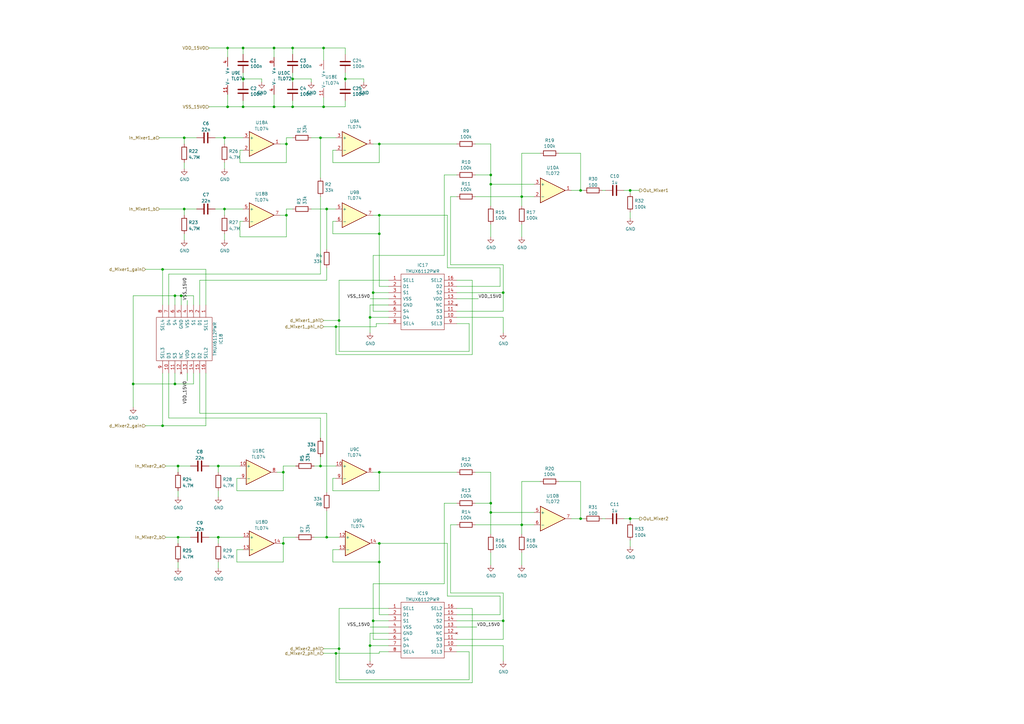
<source format=kicad_sch>
(kicad_sch (version 20211123) (generator eeschema)
  (paper "A3")
  (lib_symbols
    (symbol "Amplifier_Operational:TL072" (pin_names (offset 0.127))
      (property "Reference" "U" (at 0 5.08 0))
      (property "Value" "TL072" (at 0 -5.08 0))
      (symbol "TL072_1_1"
        (polyline (pts (xy -5.08 5.08) (xy 5.08 0) (xy -5.08 -5.08) (xy -5.08 5.08)) (stroke (width 0.254)) (fill (type background)))
        (pin output line (at 7.62 0 180) (length 2.54) (name "~") (number "1"))
        (pin input line (at -7.62 -2.54 0) (length 2.54) (name "-") (number "2"))
        (pin input line (at -7.62 2.54 0) (length 2.54) (name "+") (number "3"))
      )
      (symbol "TL072_2_1"
        (polyline (pts (xy -5.08 5.08) (xy 5.08 0) (xy -5.08 -5.08) (xy -5.08 5.08)) (stroke (width 0.254)) (fill (type background)))
        (pin input line (at -7.62 2.54 0) (length 2.54) (name "+") (number "5"))
        (pin input line (at -7.62 -2.54 0) (length 2.54) (name "-") (number "6"))
        (pin output line (at 7.62 0 180) (length 2.54) (name "~") (number "7"))
      )
      (symbol "TL072_3_1"
        (pin power_in line (at -2.54 -7.62 90) (length 3.81) (name "V-") (number "4"))
        (pin power_in line (at -2.54 7.62 270) (length 3.81) (name "V+") (number "8"))
      )
    )
    (symbol "Amplifier_Operational:TL074" (pin_names (offset 0.127))
      (property "Reference" "U" (at 0 5.08 0))
      (property "Value" "TL074" (at 0 -5.08 0))
      (symbol "TL074_1_1"
        (polyline (pts (xy -5.08 5.08) (xy 5.08 0) (xy -5.08 -5.08) (xy -5.08 5.08)) (stroke (width 0.254)) (fill (type background)))
        (pin output line (at 7.62 0 180) (length 2.54) (name "~") (number "1"))
        (pin input line (at -7.62 -2.54 0) (length 2.54) (name "-") (number "2"))
        (pin input line (at -7.62 2.54 0) (length 2.54) (name "+") (number "3"))
      )
      (symbol "TL074_2_1"
        (polyline (pts (xy -5.08 5.08) (xy 5.08 0) (xy -5.08 -5.08) (xy -5.08 5.08)) (stroke (width 0.254)) (fill (type background)))
        (pin input line (at -7.62 2.54 0) (length 2.54) (name "+") (number "5"))
        (pin input line (at -7.62 -2.54 0) (length 2.54) (name "-") (number "6"))
        (pin output line (at 7.62 0 180) (length 2.54) (name "~") (number "7"))
      )
      (symbol "TL074_3_1"
        (polyline (pts (xy -5.08 5.08) (xy 5.08 0) (xy -5.08 -5.08) (xy -5.08 5.08)) (stroke (width 0.254)) (fill (type background)))
        (pin input line (at -7.62 2.54 0) (length 2.54) (name "+") (number "10"))
        (pin output line (at 7.62 0 180) (length 2.54) (name "~") (number "8"))
        (pin input line (at -7.62 -2.54 0) (length 2.54) (name "-") (number "9"))
      )
      (symbol "TL074_4_1"
        (polyline (pts (xy -5.08 5.08) (xy 5.08 0) (xy -5.08 -5.08) (xy -5.08 5.08)) (stroke (width 0.254)) (fill (type background)))
        (pin input line (at -7.62 2.54 0) (length 2.54) (name "+") (number "12"))
        (pin input line (at -7.62 -2.54 0) (length 2.54) (name "-") (number "13"))
        (pin output line (at 7.62 0 180) (length 2.54) (name "~") (number "14"))
      )
      (symbol "TL074_5_1"
        (pin power_in line (at -2.54 -7.62 90) (length 3.81) (name "V-") (number "11"))
        (pin power_in line (at -2.54 7.62 270) (length 3.81) (name "V+") (number "4"))
      )
    )
    (symbol "Device:C" (pin_numbers hide) (pin_names (offset 0.254))
      (property "Reference" "C" (at 0.635 2.54 0))
      (property "Value" "C" (at 0.635 -2.54 0))
      (symbol "C_0_1"
        (polyline (pts (xy -2.032 -0.762) (xy 2.032 -0.762)) (stroke (width 0.508)))
        (polyline (pts (xy -2.032 0.762) (xy 2.032 0.762)) (stroke (width 0.508)))
      )
      (symbol "C_1_1"
        (pin passive line (at 0 3.81 270) (length 2.794) (name "~") (number "1"))
        (pin passive line (at 0 -3.81 90) (length 2.794) (name "~") (number "2"))
      )
    )
    (symbol "Device:R" (pin_numbers hide) (pin_names (offset 0))
      (property "Reference" "R" (at 2.032 0 90))
      (property "Value" "R" (at 0 0 90))
      (symbol "R_0_1"
        (rectangle (start -1.016 -2.54) (end 1.016 2.54) (stroke (width 0.254)))
      )
      (symbol "R_1_1"
        (pin passive line (at 0 3.81 270) (length 1.27) (name "~") (number "1"))
        (pin passive line (at 0 -3.81 90) (length 1.27) (name "~") (number "2"))
      )
    )
    (symbol "SamacSys_Parts:TMUX6112PWR" (pin_names (offset 0.762))
      (property "Reference" "IC" (at 24.13 7.62 0))
      (property "Value" "TMUX6112PWR" (at 24.13 5.08 0))
      (symbol "TMUX6112PWR_0_0"
        (pin input line (at 0 0 0) (length 5.08) (name "SEL1") (number "1"))
        (pin bidirectional line (at 27.94 -15.24 180) (length 5.08) (name "D3") (number "10"))
        (pin bidirectional line (at 27.94 -12.7 180) (length 5.08) (name "S3") (number "11"))
        (pin no_connect line (at 27.94 -10.16 180) (length 5.08) (name "NC") (number "12"))
        (pin power_in line (at 27.94 -7.62 180) (length 5.08) (name "VDD") (number "13"))
        (pin bidirectional line (at 27.94 -5.08 180) (length 5.08) (name "S2") (number "14"))
        (pin bidirectional line (at 27.94 -2.54 180) (length 5.08) (name "D2") (number "15"))
        (pin input line (at 27.94 0 180) (length 5.08) (name "SEL2") (number "16"))
        (pin bidirectional line (at 0 -2.54 0) (length 5.08) (name "D1") (number "2"))
        (pin bidirectional line (at 0 -5.08 0) (length 5.08) (name "S1") (number "3"))
        (pin power_in line (at 0 -7.62 0) (length 5.08) (name "VSS") (number "4"))
        (pin power_in line (at 0 -10.16 0) (length 5.08) (name "GND") (number "5"))
        (pin bidirectional line (at 0 -12.7 0) (length 5.08) (name "S4") (number "6"))
        (pin bidirectional line (at 0 -15.24 0) (length 5.08) (name "D4") (number "7"))
        (pin input line (at 0 -17.78 0) (length 5.08) (name "SEL4") (number "8"))
        (pin input line (at 27.94 -17.78 180) (length 5.08) (name "SEL3") (number "9"))
      )
      (symbol "TMUX6112PWR_0_1"
        (polyline (pts (xy 5.08 2.54) (xy 22.86 2.54) (xy 22.86 -20.32) (xy 5.08 -20.32) (xy 5.08 2.54)) (stroke (width 0.1524)))
      )
    )
    (symbol "power:GND" (power) (pin_names (offset 0))
      (property "Value" "GND" (at 0 -3.81 0))
      (symbol "GND_0_1"
        (polyline (pts (xy 0 0) (xy 0 -1.27) (xy 1.27 -1.27) (xy 0 -2.54) (xy -1.27 -1.27) (xy 0 -1.27)))
      )
      (symbol "GND_1_1"
        (pin power_in line (at 0 0 270) (length 0) hide (name "GND") (number "1"))
      )
    )
  )
  (junction (at 71.755 121.285))
  (junction (at 155.575 193.675))
  (junction (at 151.765 130.175))
  (junction (at 206.375 120.015))
  (junction (at 137.795 267.97))
  (junction (at 112.395 19.685))
  (junction (at 93.345 43.815))
  (junction (at 206.375 254.635))
  (junction (at 133.985 85.725))
  (junction (at 99.695 32.385))
  (junction (at 66.675 110.49))
  (junction (at 112.395 43.815))
  (junction (at 92.075 56.515))
  (junction (at 93.345 19.685))
  (junction (at 238.125 212.725))
  (junction (at 73.025 220.345))
  (junction (at 99.695 19.685))
  (junction (at 131.445 191.135))
  (junction (at 92.075 85.725))
  (junction (at 120.015 19.685))
  (junction (at 258.445 78.105))
  (junction (at 54.61 157.48))
  (junction (at 201.295 71.755))
  (junction (at 120.015 32.385))
  (junction (at 74.295 121.285))
  (junction (at 201.295 75.565))
  (junction (at 116.205 222.885))
  (junction (at 213.995 215.265))
  (junction (at 75.565 85.725))
  (junction (at 73.025 191.135))
  (junction (at 258.445 212.725))
  (junction (at 155.575 95.885))
  (junction (at 71.755 157.48))
  (junction (at 89.535 220.345))
  (junction (at 141.605 32.385))
  (junction (at 139.065 266.065))
  (junction (at 117.475 88.265))
  (junction (at 66.675 174.625))
  (junction (at 131.445 56.515))
  (junction (at 75.565 56.515))
  (junction (at 155.575 88.265))
  (junction (at 137.795 133.985))
  (junction (at 132.715 43.815))
  (junction (at 201.295 206.375))
  (junction (at 238.125 78.105))
  (junction (at 213.995 80.645))
  (junction (at 133.985 220.345))
  (junction (at 155.575 59.055))
  (junction (at 89.535 191.135))
  (junction (at 201.295 210.185))
  (junction (at 99.695 43.815))
  (junction (at 117.475 59.055))
  (junction (at 116.205 193.675))
  (junction (at 151.765 264.795))
  (junction (at 153.035 120.015))
  (junction (at 120.015 43.815))
  (junction (at 155.575 222.885))
  (junction (at 155.575 230.505))
  (junction (at 132.715 19.685))
  (junction (at 139.065 131.445))
  (junction (at 153.035 254.635))
  (wire (pts (xy 92.075 56.515) (xy 92.075 59.055)))
  (wire (pts (xy 234.315 212.725) (xy 238.125 212.725)))
  (wire (pts (xy 153.035 120.015) (xy 159.385 120.015)))
  (wire (pts (xy 139.065 249.555) (xy 139.065 266.065)))
  (wire (pts (xy 132.715 43.815) (xy 141.605 43.815)))
  (wire (pts (xy 155.575 66.675) (xy 136.525 66.675)))
  (wire (pts (xy 155.575 267.335) (xy 159.385 267.335)))
  (wire (pts (xy 98.425 196.215) (xy 97.155 196.215)))
  (wire (pts (xy 75.565 85.725) (xy 75.565 88.265)))
  (wire (pts (xy 139.065 266.065) (xy 139.065 278.765)))
  (wire (pts (xy 120.015 22.225) (xy 120.015 19.685)))
  (wire (pts (xy 132.715 267.97) (xy 137.795 267.97)))
  (wire (pts (xy 206.375 264.795) (xy 206.375 271.145)))
  (wire (pts (xy 155.575 95.885) (xy 155.575 117.475)))
  (wire (pts (xy 234.315 78.105) (xy 238.125 78.105)))
  (wire (pts (xy 187.325 267.335) (xy 192.405 267.335)))
  (wire (pts (xy 73.025 230.505) (xy 73.025 233.045)))
  (wire (pts (xy 155.575 59.055) (xy 187.325 59.055)))
  (wire (pts (xy 54.61 157.48) (xy 54.61 121.285)))
  (wire (pts (xy 137.795 267.97) (xy 155.575 267.97)))
  (wire (pts (xy 85.725 19.685) (xy 93.345 19.685)))
  (wire (pts (xy 184.785 108.585) (xy 206.375 108.585)))
  (wire (pts (xy 182.245 71.755) (xy 182.245 104.775)))
  (wire (pts (xy 213.995 97.155) (xy 213.995 92.075)))
  (wire (pts (xy 136.525 90.805) (xy 136.525 95.885)))
  (wire (pts (xy 69.215 171.45) (xy 69.215 153.035)))
  (wire (pts (xy 201.295 75.565) (xy 201.295 84.455)))
  (wire (pts (xy 201.295 210.185) (xy 201.295 219.075)))
  (wire (pts (xy 54.61 167.005) (xy 54.61 157.48)))
  (wire (pts (xy 84.455 174.625) (xy 84.455 153.035)))
  (wire (pts (xy 258.445 212.725) (xy 258.445 213.995)))
  (wire (pts (xy 187.325 80.645) (xy 184.785 80.645)))
  (wire (pts (xy 120.015 43.815) (xy 132.715 43.815)))
  (wire (pts (xy 149.225 32.385) (xy 149.225 33.655)))
  (wire (pts (xy 155.575 267.97) (xy 155.575 267.335)))
  (wire (pts (xy 93.345 43.815) (xy 93.345 38.735)))
  (wire (pts (xy 133.985 220.345) (xy 139.065 220.345)))
  (wire (pts (xy 133.985 85.725) (xy 137.795 85.725)))
  (wire (pts (xy 117.475 85.725) (xy 120.015 85.725)))
  (wire (pts (xy 131.445 191.135) (xy 131.445 187.325)))
  (wire (pts (xy 93.345 43.815) (xy 99.695 43.815)))
  (wire (pts (xy 120.015 19.685) (xy 132.715 19.685)))
  (wire (pts (xy 153.035 88.265) (xy 155.575 88.265)))
  (wire (pts (xy 112.395 19.685) (xy 112.395 23.495)))
  (wire (pts (xy 153.035 254.635) (xy 159.385 254.635)))
  (wire (pts (xy 192.405 144.145) (xy 192.405 132.715)))
  (wire (pts (xy 141.605 22.225) (xy 141.605 19.685)))
  (wire (pts (xy 92.075 85.725) (xy 92.075 88.265)))
  (wire (pts (xy 258.445 78.105) (xy 258.445 79.375)))
  (wire (pts (xy 187.325 71.755) (xy 182.245 71.755)))
  (wire (pts (xy 85.725 220.345) (xy 89.535 220.345)))
  (wire (pts (xy 73.025 191.135) (xy 78.105 191.135)))
  (wire (pts (xy 153.035 59.055) (xy 155.575 59.055)))
  (wire (pts (xy 187.325 257.175) (xy 195.58 257.175)))
  (wire (pts (xy 99.695 32.385) (xy 107.315 32.385)))
  (wire (pts (xy 99.695 61.595) (xy 98.425 61.595)))
  (wire (pts (xy 155.575 252.095) (xy 159.385 252.095)))
  (wire (pts (xy 99.695 32.385) (xy 99.695 29.845)))
  (wire (pts (xy 155.575 201.295) (xy 155.575 193.675)))
  (wire (pts (xy 153.035 120.015) (xy 153.035 127.635)))
  (wire (pts (xy 255.905 212.725) (xy 258.445 212.725)))
  (wire (pts (xy 153.035 104.775) (xy 153.035 120.015)))
  (wire (pts (xy 255.905 78.105) (xy 258.445 78.105)))
  (wire (pts (xy 213.995 215.265) (xy 213.995 197.485)))
  (wire (pts (xy 54.61 121.285) (xy 71.755 121.285)))
  (wire (pts (xy 213.995 80.645) (xy 219.075 80.645)))
  (wire (pts (xy 155.575 88.265) (xy 183.515 88.265)))
  (wire (pts (xy 133.985 85.725) (xy 133.985 102.235)))
  (wire (pts (xy 132.715 40.005) (xy 132.715 43.815)))
  (wire (pts (xy 116.205 222.885) (xy 116.205 220.345)))
  (wire (pts (xy 201.295 59.055) (xy 201.295 71.755)))
  (wire (pts (xy 238.125 212.725) (xy 239.395 212.725)))
  (wire (pts (xy 141.605 32.385) (xy 149.225 32.385)))
  (wire (pts (xy 120.015 41.275) (xy 120.015 43.815)))
  (wire (pts (xy 75.565 95.885) (xy 75.565 98.425)))
  (wire (pts (xy 193.675 249.555) (xy 187.325 249.555)))
  (wire (pts (xy 153.035 262.255) (xy 159.385 262.255)))
  (wire (pts (xy 89.535 230.505) (xy 89.535 233.045)))
  (wire (pts (xy 81.915 169.545) (xy 81.915 153.035)))
  (wire (pts (xy 127.635 32.385) (xy 127.635 33.655)))
  (wire (pts (xy 205.105 109.855) (xy 205.105 117.475)))
  (wire (pts (xy 151.765 264.795) (xy 159.385 264.795)))
  (wire (pts (xy 73.025 191.135) (xy 73.025 193.675)))
  (wire (pts (xy 205.105 244.475) (xy 205.105 252.095)))
  (wire (pts (xy 117.475 88.265) (xy 117.475 85.725)))
  (wire (pts (xy 201.295 210.185) (xy 219.075 210.185)))
  (wire (pts (xy 99.695 22.225) (xy 99.695 19.685)))
  (wire (pts (xy 117.475 59.055) (xy 117.475 56.515)))
  (wire (pts (xy 137.795 145.415) (xy 193.675 145.415)))
  (wire (pts (xy 132.715 19.685) (xy 132.715 24.765)))
  (wire (pts (xy 201.295 193.675) (xy 194.945 193.675)))
  (wire (pts (xy 153.035 239.395) (xy 153.035 254.635)))
  (wire (pts (xy 193.675 249.555) (xy 193.675 280.035)))
  (wire (pts (xy 97.155 225.425) (xy 97.155 230.505)))
  (wire (pts (xy 221.615 62.865) (xy 213.995 62.865)))
  (wire (pts (xy 120.015 32.385) (xy 120.015 29.845)))
  (wire (pts (xy 116.205 193.675) (xy 116.205 201.295)))
  (wire (pts (xy 75.565 85.725) (xy 80.645 85.725)))
  (wire (pts (xy 59.69 174.625) (xy 66.675 174.625)))
  (wire (pts (xy 113.665 193.675) (xy 116.205 193.675)))
  (wire (pts (xy 247.015 78.105) (xy 248.285 78.105)))
  (wire (pts (xy 92.075 56.515) (xy 99.695 56.515)))
  (wire (pts (xy 66.675 110.49) (xy 84.455 110.49)))
  (wire (pts (xy 117.475 66.675) (xy 117.475 59.055)))
  (wire (pts (xy 73.025 220.345) (xy 73.025 222.885)))
  (wire (pts (xy 120.015 43.815) (xy 112.395 43.815)))
  (wire (pts (xy 88.265 85.725) (xy 92.075 85.725)))
  (wire (pts (xy 75.565 56.515) (xy 80.645 56.515)))
  (wire (pts (xy 99.695 33.655) (xy 99.695 32.385)))
  (wire (pts (xy 139.065 266.065) (xy 132.715 266.065)))
  (wire (pts (xy 88.265 56.515) (xy 92.075 56.515)))
  (wire (pts (xy 116.205 220.345) (xy 121.285 220.345)))
  (wire (pts (xy 194.945 71.755) (xy 201.295 71.755)))
  (wire (pts (xy 238.125 62.865) (xy 229.235 62.865)))
  (wire (pts (xy 206.375 120.015) (xy 206.375 127.635)))
  (wire (pts (xy 183.515 244.475) (xy 205.105 244.475)))
  (wire (pts (xy 155.575 59.055) (xy 155.575 66.675)))
  (wire (pts (xy 258.445 221.615) (xy 258.445 224.155)))
  (wire (pts (xy 131.445 56.515) (xy 127.635 56.515)))
  (wire (pts (xy 116.205 191.135) (xy 121.285 191.135)))
  (wire (pts (xy 139.065 131.445) (xy 132.715 131.445)))
  (wire (pts (xy 137.795 90.805) (xy 136.525 90.805)))
  (wire (pts (xy 155.575 193.675) (xy 187.325 193.675)))
  (wire (pts (xy 184.785 243.205) (xy 206.375 243.205)))
  (wire (pts (xy 183.515 109.855) (xy 205.105 109.855)))
  (wire (pts (xy 79.375 121.285) (xy 74.295 121.285)))
  (wire (pts (xy 136.525 225.425) (xy 136.525 230.505)))
  (wire (pts (xy 187.325 264.795) (xy 206.375 264.795)))
  (wire (pts (xy 71.755 121.285) (xy 71.755 125.095)))
  (wire (pts (xy 117.475 56.515) (xy 120.015 56.515)))
  (wire (pts (xy 136.525 201.295) (xy 155.575 201.295)))
  (wire (pts (xy 136.525 196.215) (xy 136.525 201.295)))
  (wire (pts (xy 258.445 212.725) (xy 262.255 212.725)))
  (wire (pts (xy 112.395 43.815) (xy 112.395 38.735)))
  (wire (pts (xy 120.015 19.685) (xy 112.395 19.685)))
  (wire (pts (xy 238.125 212.725) (xy 238.125 197.485)))
  (wire (pts (xy 139.065 131.445) (xy 139.065 144.145)))
  (wire (pts (xy 194.945 80.645) (xy 213.995 80.645)))
  (wire (pts (xy 193.675 114.935) (xy 193.675 145.415)))
  (wire (pts (xy 136.525 230.505) (xy 155.575 230.505)))
  (wire (pts (xy 213.995 80.645) (xy 213.995 62.865)))
  (wire (pts (xy 133.985 220.345) (xy 133.985 209.55)))
  (wire (pts (xy 151.765 259.715) (xy 159.385 259.715)))
  (wire (pts (xy 73.025 220.345) (xy 67.945 220.345)))
  (wire (pts (xy 75.565 66.675) (xy 75.565 69.215)))
  (wire (pts (xy 131.445 56.515) (xy 137.795 56.515)))
  (wire (pts (xy 127.635 85.725) (xy 133.985 85.725)))
  (wire (pts (xy 187.325 254.635) (xy 206.375 254.635)))
  (wire (pts (xy 136.525 95.885) (xy 155.575 95.885)))
  (wire (pts (xy 183.515 88.265) (xy 183.515 109.855)))
  (wire (pts (xy 76.835 123.19) (xy 76.835 125.095)))
  (wire (pts (xy 89.535 191.135) (xy 98.425 191.135)))
  (wire (pts (xy 132.715 19.685) (xy 141.605 19.685)))
  (wire (pts (xy 206.375 130.175) (xy 206.375 136.525)))
  (wire (pts (xy 139.065 114.935) (xy 139.065 131.445)))
  (wire (pts (xy 153.035 127.635) (xy 159.385 127.635)))
  (wire (pts (xy 194.945 215.265) (xy 213.995 215.265)))
  (wire (pts (xy 74.295 121.285) (xy 74.295 125.095)))
  (wire (pts (xy 155.575 222.885) (xy 155.575 230.505)))
  (wire (pts (xy 187.325 206.375) (xy 182.245 206.375)))
  (wire (pts (xy 128.905 220.345) (xy 133.985 220.345)))
  (wire (pts (xy 201.295 59.055) (xy 194.945 59.055)))
  (wire (pts (xy 137.795 133.985) (xy 137.795 145.415)))
  (wire (pts (xy 194.945 206.375) (xy 201.295 206.375)))
  (wire (pts (xy 151.765 259.715) (xy 151.765 264.795)))
  (wire (pts (xy 238.125 78.105) (xy 238.125 62.865)))
  (wire (pts (xy 139.065 278.765) (xy 192.405 278.765)))
  (wire (pts (xy 89.535 220.345) (xy 99.695 220.345)))
  (wire (pts (xy 201.295 75.565) (xy 219.075 75.565)))
  (wire (pts (xy 187.325 262.255) (xy 206.375 262.255)))
  (wire (pts (xy 75.565 85.725) (xy 65.405 85.725)))
  (wire (pts (xy 89.535 191.135) (xy 89.535 193.675)))
  (wire (pts (xy 84.455 110.49) (xy 84.455 125.095)))
  (wire (pts (xy 213.995 215.265) (xy 213.995 219.075)))
  (wire (pts (xy 131.445 191.135) (xy 137.795 191.135)))
  (wire (pts (xy 137.795 133.985) (xy 154.305 133.985)))
  (wire (pts (xy 73.025 220.345) (xy 78.105 220.345)))
  (wire (pts (xy 153.035 254.635) (xy 153.035 262.255)))
  (wire (pts (xy 79.375 125.095) (xy 79.375 121.285)))
  (wire (pts (xy 192.405 278.765) (xy 192.405 267.335)))
  (wire (pts (xy 59.69 110.49) (xy 66.675 110.49)))
  (wire (pts (xy 182.245 104.775) (xy 153.035 104.775)))
  (wire (pts (xy 128.905 191.135) (xy 131.445 191.135)))
  (wire (pts (xy 133.985 169.545) (xy 81.915 169.545)))
  (wire (pts (xy 93.345 19.685) (xy 99.695 19.685)))
  (wire (pts (xy 92.075 66.675) (xy 92.075 69.215)))
  (wire (pts (xy 107.315 32.385) (xy 107.315 33.655)))
  (wire (pts (xy 258.445 86.995) (xy 258.445 89.535)))
  (wire (pts (xy 206.375 254.635) (xy 206.375 262.255)))
  (wire (pts (xy 114.935 59.055) (xy 117.475 59.055)))
  (wire (pts (xy 238.125 78.105) (xy 239.395 78.105)))
  (wire (pts (xy 213.995 80.645) (xy 213.995 84.455)))
  (wire (pts (xy 187.325 215.265) (xy 184.785 215.265)))
  (wire (pts (xy 73.025 201.295) (xy 73.025 203.835)))
  (wire (pts (xy 99.695 90.805) (xy 98.425 90.805)))
  (wire (pts (xy 133.985 109.855) (xy 133.985 114.935)))
  (wire (pts (xy 238.125 197.485) (xy 229.235 197.485)))
  (wire (pts (xy 79.375 157.48) (xy 79.375 153.035)))
  (wire (pts (xy 155.575 117.475) (xy 159.385 117.475)))
  (wire (pts (xy 155.575 230.505) (xy 155.575 252.095)))
  (wire (pts (xy 187.325 252.095) (xy 205.105 252.095)))
  (wire (pts (xy 66.675 174.625) (xy 84.455 174.625)))
  (wire (pts (xy 133.985 114.935) (xy 81.915 114.935)))
  (wire (pts (xy 141.605 32.385) (xy 141.605 29.845)))
  (wire (pts (xy 97.155 225.425) (xy 99.695 225.425)))
  (wire (pts (xy 155.575 222.885) (xy 154.305 222.885)))
  (wire (pts (xy 99.695 19.685) (xy 112.395 19.685)))
  (wire (pts (xy 75.565 56.515) (xy 65.405 56.515)))
  (wire (pts (xy 182.245 239.395) (xy 153.035 239.395)))
  (wire (pts (xy 201.295 193.675) (xy 201.295 206.375)))
  (wire (pts (xy 98.425 97.155) (xy 117.475 97.155)))
  (wire (pts (xy 131.445 112.395) (xy 69.215 112.395)))
  (wire (pts (xy 139.065 114.935) (xy 159.385 114.935)))
  (wire (pts (xy 151.765 125.095) (xy 159.385 125.095)))
  (wire (pts (xy 97.155 196.215) (xy 97.155 201.295)))
  (wire (pts (xy 137.795 196.215) (xy 136.525 196.215)))
  (wire (pts (xy 71.755 153.035) (xy 71.755 157.48)))
  (wire (pts (xy 99.695 43.815) (xy 112.395 43.815)))
  (wire (pts (xy 116.205 193.675) (xy 116.205 191.135)))
  (wire (pts (xy 66.675 110.49) (xy 66.675 125.095)))
  (wire (pts (xy 139.065 144.145) (xy 192.405 144.145)))
  (wire (pts (xy 71.755 121.285) (xy 74.295 121.285)))
  (wire (pts (xy 221.615 197.485) (xy 213.995 197.485)))
  (wire (pts (xy 136.525 61.595) (xy 137.795 61.595)))
  (wire (pts (xy 93.345 23.495) (xy 93.345 19.685)))
  (wire (pts (xy 151.765 125.095) (xy 151.765 130.175)))
  (wire (pts (xy 151.765 264.795) (xy 151.765 271.145)))
  (wire (pts (xy 131.445 56.515) (xy 131.445 73.025)))
  (wire (pts (xy 187.325 122.555) (xy 196.215 122.555)))
  (wire (pts (xy 73.025 191.135) (xy 67.945 191.135)))
  (wire (pts (xy 71.755 157.48) (xy 54.61 157.48)))
  (wire (pts (xy 155.575 88.265) (xy 155.575 95.885)))
  (wire (pts (xy 184.785 80.645) (xy 184.785 108.585)))
  (wire (pts (xy 131.445 171.45) (xy 69.215 171.45)))
  (wire (pts (xy 131.445 179.705) (xy 131.445 171.45)))
  (wire (pts (xy 201.295 97.155) (xy 201.295 92.075)))
  (wire (pts (xy 155.575 222.885) (xy 183.515 222.885)))
  (wire (pts (xy 75.565 56.515) (xy 75.565 59.055)))
  (wire (pts (xy 213.995 215.265) (xy 219.075 215.265)))
  (wire (pts (xy 66.675 174.625) (xy 66.675 153.035)))
  (wire (pts (xy 92.075 85.725) (xy 99.695 85.725)))
  (wire (pts (xy 71.755 157.48) (xy 79.375 157.48)))
  (wire (pts (xy 114.935 88.265) (xy 117.475 88.265)))
  (wire (pts (xy 193.675 114.935) (xy 187.325 114.935)))
  (wire (pts (xy 201.295 231.775) (xy 201.295 226.695)))
  (wire (pts (xy 141.605 41.275) (xy 141.605 43.815)))
  (wire (pts (xy 97.155 230.505) (xy 116.205 230.505)))
  (wire (pts (xy 120.015 32.385) (xy 127.635 32.385)))
  (wire (pts (xy 85.725 43.815) (xy 93.345 43.815)))
  (wire (pts (xy 69.215 112.395) (xy 69.215 125.095)))
  (wire (pts (xy 133.985 201.93) (xy 133.985 169.545)))
  (wire (pts (xy 89.535 201.295) (xy 89.535 203.835)))
  (wire (pts (xy 153.035 193.675) (xy 155.575 193.675)))
  (wire (pts (xy 187.325 127.635) (xy 206.375 127.635)))
  (wire (pts (xy 206.375 108.585) (xy 206.375 120.015)))
  (wire (pts (xy 201.295 206.375) (xy 201.295 210.185)))
  (wire (pts (xy 187.325 120.015) (xy 206.375 120.015)))
  (wire (pts (xy 187.325 132.715) (xy 192.405 132.715)))
  (wire (pts (xy 117.475 97.155) (xy 117.475 88.265)))
  (wire (pts (xy 85.725 191.135) (xy 89.535 191.135)))
  (wire (pts (xy 132.715 133.985) (xy 137.795 133.985)))
  (wire (pts (xy 99.695 41.275) (xy 99.695 43.815)))
  (wire (pts (xy 258.445 78.105) (xy 262.255 78.105)))
  (wire (pts (xy 139.065 225.425) (xy 136.525 225.425)))
  (wire (pts (xy 137.795 280.035) (xy 193.675 280.035)))
  (wire (pts (xy 98.425 61.595) (xy 98.425 66.675)))
  (wire (pts (xy 151.765 257.175) (xy 159.385 257.175)))
  (wire (pts (xy 76.835 153.035) (xy 76.835 156.21)))
  (wire (pts (xy 187.325 130.175) (xy 206.375 130.175)))
  (wire (pts (xy 97.155 201.295) (xy 116.205 201.295)))
  (wire (pts (xy 137.795 267.97) (xy 137.795 280.035)))
  (wire (pts (xy 213.995 231.775) (xy 213.995 226.695)))
  (wire (pts (xy 141.605 33.655) (xy 141.605 32.385)))
  (wire (pts (xy 247.015 212.725) (xy 248.285 212.725)))
  (wire (pts (xy 182.245 206.375) (xy 182.245 239.395)))
  (wire (pts (xy 131.445 80.645) (xy 131.445 112.395)))
  (wire (pts (xy 184.785 215.265) (xy 184.785 243.205)))
  (wire (pts (xy 136.525 66.675) (xy 136.525 61.595)))
  (wire (pts (xy 98.425 66.675) (xy 117.475 66.675)))
  (wire (pts (xy 154.305 132.715) (xy 159.385 132.715)))
  (wire (pts (xy 151.765 130.175) (xy 151.765 136.525)))
  (wire (pts (xy 89.535 220.345) (xy 89.535 222.885)))
  (wire (pts (xy 114.935 222.885) (xy 116.205 222.885)))
  (wire (pts (xy 187.325 117.475) (xy 205.105 117.475)))
  (wire (pts (xy 154.305 133.985) (xy 154.305 132.715)))
  (wire (pts (xy 139.065 249.555) (xy 159.385 249.555)))
  (wire (pts (xy 98.425 90.805) (xy 98.425 97.155)))
  (wire (pts (xy 92.075 95.885) (xy 92.075 98.425)))
  (wire (pts (xy 201.295 71.755) (xy 201.295 75.565)))
  (wire (pts (xy 151.765 122.555) (xy 159.385 122.555)))
  (wire (pts (xy 151.765 130.175) (xy 159.385 130.175)))
  (wire (pts (xy 81.915 114.935) (xy 81.915 125.095)))
  (wire (pts (xy 116.205 230.505) (xy 116.205 222.885)))
  (wire (pts (xy 183.515 222.885) (xy 183.515 244.475)))
  (wire (pts (xy 206.375 243.205) (xy 206.375 254.635)))
  (wire (pts (xy 120.015 33.655) (xy 120.015 32.385)))
  (label "VSS_15V0" (at 151.765 122.555 180))
  (label "VSS_15V0" (at 151.765 257.175 180))
  (label "VSS_15V0" (at 76.835 123.19 90))
  (label "VDD_15V0" (at 196.215 122.555 0))
  (label "VDD_15V0" (at 76.835 156.21 270))
  (label "VDD_15V0" (at 195.58 257.175 0))
  (hierarchical_label "d_Mixer2_phi_n" (shape input) (at 132.715 267.97 180))
  (hierarchical_label "Out_Mixer2" (shape output) (at 262.255 212.725 0))
  (hierarchical_label "d_Mixer1_phi" (shape input) (at 132.715 131.445 180))
  (hierarchical_label "VSS_15V0" (shape input) (at 85.725 43.815 180))
  (hierarchical_label "d_Mixer1_gain" (shape input) (at 59.69 110.49 180))
  (hierarchical_label "In_Mixer2_a" (shape input) (at 67.945 191.135 180))
  (hierarchical_label "VDD_15V0" (shape input) (at 85.725 19.685 180))
  (hierarchical_label "d_Mixer2_phi" (shape input) (at 132.715 266.065 180))
  (hierarchical_label "In_Mixer1_a" (shape input) (at 65.405 56.515 180))
  (hierarchical_label "In_Mixer1_b" (shape input) (at 65.405 85.725 180))
  (hierarchical_label "Out_Mixer1" (shape output) (at 262.255 78.105 0))
  (hierarchical_label "d_Mixer2_gain" (shape input) (at 59.69 174.625 180))
  (hierarchical_label "In_Mixer2_b" (shape input) (at 67.945 220.345 180))
  (hierarchical_label "d_Mixer1_phi_n" (shape input) (at 132.715 133.985 180))
  (symbol (lib_id "Amplifier_Operational:TL074") (at 145.415 59.055 0) (unit 1)
    (property "Reference" "U9" (at 145.415 49.7332 0))
    (property "Value" "TL074" (at 145.415 52.0446 0))
    (property "Footprint" "SamacSys_Parts:SOIC127P600X175-14N" (effects hide))
    (property "Datasheet" "http://www.ti.com/lit/ds/symlink/tl071.pdf" (effects hide))
  )
  (symbol (lib_id "Amplifier_Operational:TL074") (at 145.415 88.265 0) (unit 2)
    (property "Reference" "U9" (at 145.415 78.9432 0))
    (property "Value" "TL074" (at 145.415 81.2546 0))
    (property "Footprint" "SamacSys_Parts:SOIC127P600X175-14N" (effects hide))
    (property "Datasheet" "http://www.ti.com/lit/ds/symlink/tl071.pdf" (effects hide))
  )
  (symbol (lib_id "Amplifier_Operational:TL072") (at 226.695 78.105 0) (unit 1)
    (property "Reference" "U10" (at 226.695 68.7832 0))
    (property "Value" "TL072" (at 226.695 71.0946 0))
    (property "Footprint" "SamacSys_Parts:SOIC127P600X175-8N" (effects hide))
    (property "Datasheet" "http://www.ti.com/lit/ds/symlink/tl071.pdf" (effects hide))
  )
  (symbol (lib_id "Device:R") (at 225.425 62.865 270) (unit 1)
    (property "Reference" "R19" (at 225.425 57.6072 90))
    (property "Value" "100k" (at 225.425 59.9186 90))
    (property "Footprint" "Resistor_SMD:R_1206_3216Metric_Pad1.30x1.75mm_HandSolder" (effects hide))
  )
  (symbol (lib_id "Amplifier_Operational:TL072") (at 114.935 31.115 0) (unit 3)
    (property "Reference" "U10" (at 113.8682 29.9466 0) (effects (justify left)))
    (property "Value" "TL072" (at 113.8682 32.258 0) (effects (justify left)))
    (property "Footprint" "SamacSys_Parts:SOIC127P600X175-8N" (effects hide))
    (property "Datasheet" "http://www.ti.com/lit/ds/symlink/tl071.pdf" (effects hide))
  )
  (symbol (lib_id "Amplifier_Operational:TL074") (at 95.885 31.115 0) (unit 5)
    (property "Reference" "U9" (at 94.8182 29.9466 0) (effects (justify left)))
    (property "Value" "TL074" (at 94.8182 32.258 0) (effects (justify left)))
    (property "Footprint" "SamacSys_Parts:SOIC127P600X175-14N" (effects hide))
    (property "Datasheet" "http://www.ti.com/lit/ds/symlink/tl071.pdf" (effects hide))
  )
  (symbol (lib_id "Device:C") (at 120.015 26.035 0) (unit 1)
    (property "Reference" "C3" (at 122.936 24.8666 0) (effects (justify left)))
    (property "Value" "100n" (at 122.936 27.178 0) (effects (justify left)))
    (property "Footprint" "Capacitor_SMD:C_1206_3216Metric_Pad1.33x1.80mm_HandSolder" (effects hide))
  )
  (symbol (lib_id "Device:C") (at 120.015 37.465 0) (unit 1)
    (property "Reference" "C4" (at 122.936 36.2966 0) (effects (justify left)))
    (property "Value" "100n" (at 122.936 38.608 0) (effects (justify left)))
    (property "Footprint" "Capacitor_SMD:C_1206_3216Metric_Pad1.33x1.80mm_HandSolder" (effects hide))
  )
  (symbol (lib_id "power:GND") (at 127.635 33.655 0) (unit 1)
    (property "Reference" "#PWR04" (effects hide))
    (property "Value" "GND" (at 127.762 38.0492 0))
  )
  (symbol (lib_id "Device:R") (at 201.295 88.265 180) (unit 1)
    (property "Reference" "R15" (at 203.073 87.0966 0) (effects (justify right)))
    (property "Value" "100k" (at 203.073 89.408 0) (effects (justify right)))
    (property "Footprint" "Resistor_SMD:R_1206_3216Metric_Pad1.30x1.75mm_HandSolder" (effects hide))
  )
  (symbol (lib_id "power:GND") (at 201.295 97.155 0) (unit 1)
    (property "Reference" "#PWR07" (effects hide))
    (property "Value" "GND" (at 201.422 101.5492 0))
  )
  (symbol (lib_id "Device:R") (at 191.135 59.055 270) (mirror x) (unit 1)
    (property "Reference" "R9" (at 191.135 53.7972 90))
    (property "Value" "100k" (at 191.135 56.1086 90))
    (property "Footprint" "Resistor_SMD:R_1206_3216Metric_Pad1.30x1.75mm_HandSolder" (effects hide))
  )
  (symbol (lib_id "power:GND") (at 151.765 136.525 0) (unit 1)
    (property "Reference" "#PWR05" (effects hide))
    (property "Value" "GND" (at 151.892 140.9192 0))
  )
  (symbol (lib_id "Device:R") (at 191.135 71.755 90) (unit 1)
    (property "Reference" "R10" (at 191.135 66.4972 90))
    (property "Value" "100k" (at 191.135 68.8086 90))
    (property "Footprint" "Resistor_SMD:R_1206_3216Metric_Pad1.30x1.75mm_HandSolder" (effects hide))
  )
  (symbol (lib_id "Device:R") (at 191.135 80.645 270) (mirror x) (unit 1)
    (property "Reference" "R11" (at 191.135 75.3872 90))
    (property "Value" "100k" (at 191.135 77.6986 90))
    (property "Footprint" "Resistor_SMD:R_1206_3216Metric_Pad1.30x1.75mm_HandSolder" (effects hide))
  )
  (symbol (lib_id "power:GND") (at 206.375 136.525 0) (unit 1)
    (property "Reference" "#PWR09" (effects hide))
    (property "Value" "GND" (at 206.502 140.9192 0))
  )
  (symbol (lib_id "Device:R") (at 213.995 88.265 180) (unit 1)
    (property "Reference" "R17" (at 215.773 87.0966 0) (effects (justify right)))
    (property "Value" "100k" (at 215.773 89.408 0) (effects (justify right)))
    (property "Footprint" "Resistor_SMD:R_1206_3216Metric_Pad1.30x1.75mm_HandSolder" (effects hide))
  )
  (symbol (lib_id "power:GND") (at 213.995 97.155 0) (unit 1)
    (property "Reference" "#PWR011" (effects hide))
    (property "Value" "GND" (at 214.122 101.5492 0))
  )
  (symbol (lib_id "Device:R") (at 123.825 56.515 90) (unit 1)
    (property "Reference" "R1" (at 122.6566 54.737 0) (effects (justify left)))
    (property "Value" "33k" (at 124.968 54.737 0) (effects (justify left)))
    (property "Footprint" "Resistor_SMD:R_1206_3216Metric_Pad1.30x1.75mm_HandSolder" (effects hide))
  )
  (symbol (lib_id "Device:R") (at 131.445 76.835 0) (unit 1)
    (property "Reference" "R2" (at 133.223 75.6666 0) (effects (justify left)))
    (property "Value" "33k" (at 133.223 77.978 0) (effects (justify left)))
    (property "Footprint" "Resistor_SMD:R_1206_3216Metric_Pad1.30x1.75mm_HandSolder" (effects hide))
  )
  (symbol (lib_id "Device:R") (at 123.825 85.725 90) (unit 1)
    (property "Reference" "R3" (at 122.6566 83.947 0) (effects (justify left)))
    (property "Value" "33k" (at 124.968 83.947 0) (effects (justify left)))
    (property "Footprint" "Resistor_SMD:R_1206_3216Metric_Pad1.30x1.75mm_HandSolder" (effects hide))
  )
  (symbol (lib_id "Device:R") (at 133.985 106.045 0) (mirror y) (unit 1)
    (property "Reference" "R4" (at 132.207 104.8766 0) (effects (justify left)))
    (property "Value" "33k" (at 132.207 107.188 0) (effects (justify left)))
    (property "Footprint" "Resistor_SMD:R_1206_3216Metric_Pad1.30x1.75mm_HandSolder" (effects hide))
  )
  (symbol (lib_id "Device:R") (at 225.425 197.485 270) (unit 1)
    (property "Reference" "R20" (at 225.425 192.2272 90))
    (property "Value" "100k" (at 225.425 194.5386 90))
    (property "Footprint" "Resistor_SMD:R_1206_3216Metric_Pad1.30x1.75mm_HandSolder" (effects hide))
  )
  (symbol (lib_id "Device:R") (at 201.295 222.885 180) (unit 1)
    (property "Reference" "R16" (at 203.073 221.7166 0) (effects (justify right)))
    (property "Value" "100k" (at 203.073 224.028 0) (effects (justify right)))
    (property "Footprint" "Resistor_SMD:R_1206_3216Metric_Pad1.30x1.75mm_HandSolder" (effects hide))
  )
  (symbol (lib_id "power:GND") (at 201.295 231.775 0) (unit 1)
    (property "Reference" "#PWR08" (effects hide))
    (property "Value" "GND" (at 201.422 236.1692 0))
  )
  (symbol (lib_id "Device:R") (at 191.135 193.675 90) (unit 1)
    (property "Reference" "R12" (at 191.135 188.4172 90))
    (property "Value" "100k" (at 191.135 190.7286 90))
    (property "Footprint" "Resistor_SMD:R_1206_3216Metric_Pad1.30x1.75mm_HandSolder" (effects hide))
  )
  (symbol (lib_id "power:GND") (at 151.765 271.145 0) (unit 1)
    (property "Reference" "#PWR06" (effects hide))
    (property "Value" "GND" (at 151.892 275.5392 0))
  )
  (symbol (lib_id "Device:R") (at 191.135 206.375 90) (unit 1)
    (property "Reference" "R13" (at 191.135 201.1172 90))
    (property "Value" "100k" (at 191.135 203.4286 90))
    (property "Footprint" "Resistor_SMD:R_1206_3216Metric_Pad1.30x1.75mm_HandSolder" (effects hide))
  )
  (symbol (lib_id "Device:R") (at 191.135 215.265 90) (unit 1)
    (property "Reference" "R14" (at 191.135 210.0072 90))
    (property "Value" "100k" (at 191.135 212.3186 90))
    (property "Footprint" "Resistor_SMD:R_1206_3216Metric_Pad1.30x1.75mm_HandSolder" (effects hide))
  )
  (symbol (lib_id "power:GND") (at 206.375 271.145 0) (unit 1)
    (property "Reference" "#PWR010" (effects hide))
    (property "Value" "GND" (at 206.502 275.5392 0))
  )
  (symbol (lib_id "Device:R") (at 213.995 222.885 180) (unit 1)
    (property "Reference" "R18" (at 215.773 221.7166 0) (effects (justify right)))
    (property "Value" "100k" (at 215.773 224.028 0) (effects (justify right)))
    (property "Footprint" "Resistor_SMD:R_1206_3216Metric_Pad1.30x1.75mm_HandSolder" (effects hide))
  )
  (symbol (lib_id "power:GND") (at 213.995 231.775 0) (unit 1)
    (property "Reference" "#PWR012" (effects hide))
    (property "Value" "GND" (at 214.122 236.1692 0))
  )
  (symbol (lib_id "Device:R") (at 125.095 191.135 90) (unit 1)
    (property "Reference" "R5" (at 123.9266 189.357 0) (effects (justify left)))
    (property "Value" "33k" (at 126.238 189.357 0) (effects (justify left)))
    (property "Footprint" "Resistor_SMD:R_1206_3216Metric_Pad1.30x1.75mm_HandSolder" (effects hide))
  )
  (symbol (lib_id "Device:R") (at 131.445 183.515 180) (unit 1)
    (property "Reference" "R6" (at 129.667 184.6834 0) (effects (justify left)))
    (property "Value" "33k" (at 129.667 182.372 0) (effects (justify left)))
    (property "Footprint" "Resistor_SMD:R_1206_3216Metric_Pad1.30x1.75mm_HandSolder" (effects hide))
  )
  (symbol (lib_id "Device:R") (at 125.095 220.345 90) (unit 1)
    (property "Reference" "R7" (at 123.9266 218.567 0) (effects (justify left)))
    (property "Value" "33k" (at 126.238 218.567 0) (effects (justify left)))
    (property "Footprint" "Resistor_SMD:R_1206_3216Metric_Pad1.30x1.75mm_HandSolder" (effects hide))
  )
  (symbol (lib_id "Device:R") (at 133.985 205.74 180) (unit 1)
    (property "Reference" "R8" (at 132.207 206.9084 0) (effects (justify left)))
    (property "Value" "33k" (at 132.207 204.597 0) (effects (justify left)))
    (property "Footprint" "Resistor_SMD:R_1206_3216Metric_Pad1.30x1.75mm_HandSolder" (effects hide))
  )
  (symbol (lib_id "Amplifier_Operational:TL074") (at 145.415 193.675 0) (unit 3)
    (property "Reference" "U9" (at 145.415 184.3532 0))
    (property "Value" "TL074" (at 145.415 186.6646 0))
    (property "Footprint" "SamacSys_Parts:SOIC127P600X175-14N" (effects hide))
    (property "Datasheet" "http://www.ti.com/lit/ds/symlink/tl071.pdf" (effects hide))
  )
  (symbol (lib_id "Amplifier_Operational:TL074") (at 146.685 222.885 0) (unit 4)
    (property "Reference" "U9" (at 146.685 213.5632 0))
    (property "Value" "TL074" (at 146.685 215.8746 0))
    (property "Footprint" "SamacSys_Parts:SOIC127P600X175-14N" (effects hide))
    (property "Datasheet" "http://www.ti.com/lit/ds/symlink/tl071.pdf" (effects hide))
  )
  (symbol (lib_id "Amplifier_Operational:TL072") (at 226.695 212.725 0) (unit 2)
    (property "Reference" "U10" (at 226.695 203.4032 0))
    (property "Value" "TL072" (at 226.695 205.7146 0))
    (property "Footprint" "SamacSys_Parts:SOIC127P600X175-8N" (effects hide))
    (property "Datasheet" "http://www.ti.com/lit/ds/symlink/tl071.pdf" (effects hide))
  )
  (symbol (lib_id "Device:R") (at 73.025 226.695 0) (unit 1)
    (property "Reference" "R25" (at 74.803 225.8603 0) (effects (justify left)))
    (property "Value" "4.7M" (at 74.803 228.3972 0) (effects (justify left)))
    (property "Footprint" "Resistor_SMD:R_1206_3216Metric_Pad1.30x1.75mm_HandSolder" (effects hide))
  )
  (symbol (lib_id "power:GND") (at 75.565 69.215 0) (unit 1)
    (property "Reference" "#PWR022" (effects hide))
    (property "Value" "GND" (at 75.692 73.6092 0))
  )
  (symbol (lib_id "Device:C") (at 99.695 26.035 0) (unit 1)
    (property "Reference" "C1" (at 102.616 24.8666 0) (effects (justify left)))
    (property "Value" "100n" (at 102.616 27.178 0) (effects (justify left)))
    (property "Footprint" "Capacitor_SMD:C_1206_3216Metric_Pad1.33x1.80mm_HandSolder" (effects hide))
  )
  (symbol (lib_id "power:GND") (at 54.61 167.005 0) (unit 1)
    (property "Reference" "#PWR0127" (effects hide))
    (property "Value" "GND" (at 54.737 171.3992 0))
  )
  (symbol (lib_id "Device:C") (at 252.095 78.105 90) (unit 1)
    (property "Reference" "C10" (at 252.095 72.2462 90))
    (property "Value" "1u" (at 252.095 74.7831 90))
    (property "Footprint" "Capacitor_SMD:C_1206_3216Metric_Pad1.33x1.80mm_HandSolder" (effects hide))
  )
  (symbol (lib_id "Device:C") (at 141.605 26.035 0) (unit 1)
    (property "Reference" "C24" (at 144.526 24.8666 0) (effects (justify left)))
    (property "Value" "100n" (at 144.526 27.178 0) (effects (justify left)))
    (property "Footprint" "Capacitor_SMD:C_1206_3216Metric_Pad1.33x1.80mm_HandSolder" (effects hide))
  )
  (symbol (lib_id "power:GND") (at 258.445 224.155 0) (unit 1)
    (property "Reference" "#PWR031" (effects hide))
    (property "Value" "GND" (at 258.572 228.5492 0))
  )
  (symbol (lib_id "SamacSys_Parts:TMUX6112PWR") (at 159.385 249.555 0) (unit 1)
    (property "Reference" "IC19" (at 173.355 243.366 0))
    (property "Value" "TMUX6112PWR" (at 173.355 245.9029 0))
    (property "Footprint" "SamacSys_Parts:SOP65P640X120-16N" (effects hide))
    (property "Datasheet" "http://www.ti.com/lit/ds/symlink/tmux6112.pdf" (effects hide))
    (property "Description" "Analog Switch ICs 36-V, Low Capacitance, Low-Leakage-Current, Precision, Quad SPST Switches (Normally Open) 16-TSSOP -40 to 125" (effects hide))
    (property "Height" "1.2" (effects hide))
    (property "Manufacturer_Name" "Texas Instruments" (effects hide))
    (property "Manufacturer_Part_Number" "TMUX6112PWR" (effects hide))
    (property "Mouser Part Number" "595-TMUX6112PWR" (effects hide))
    (property "Mouser Price/Stock" "https://www.mouser.co.uk/ProductDetail/Texas-Instruments/TMUX6112PWR?qs=lc2O%252BfHJPVapObCKrxF4jQ%3D%3D" (effects hide))
    (property "Arrow Part Number" "TMUX6112PWR" (effects hide))
    (property "Arrow Price/Stock" "https://www.arrow.com/en/products/tmux6112pwr/texas-instruments?region=nac" (effects hide))
  )
  (symbol (lib_id "Device:C") (at 81.915 191.135 90) (unit 1)
    (property "Reference" "C8" (at 81.915 185.2762 90))
    (property "Value" "22n" (at 81.915 187.8131 90))
    (property "Footprint" "Capacitor_SMD:C_1206_3216Metric_Pad1.33x1.80mm_HandSolder" (effects hide))
  )
  (symbol (lib_id "Device:R") (at 75.565 62.865 0) (unit 1)
    (property "Reference" "R22" (at 77.343 62.0303 0) (effects (justify left)))
    (property "Value" "4.7M" (at 77.343 64.5672 0) (effects (justify left)))
    (property "Footprint" "Resistor_SMD:R_1206_3216Metric_Pad1.30x1.75mm_HandSolder" (effects hide))
  )
  (symbol (lib_id "power:GND") (at 258.445 89.535 0) (unit 1)
    (property "Reference" "#PWR030" (effects hide))
    (property "Value" "GND" (at 258.572 93.9292 0))
  )
  (symbol (lib_id "power:GND") (at 73.025 233.045 0) (unit 1)
    (property "Reference" "#PWR025" (effects hide))
    (property "Value" "GND" (at 73.152 237.4392 0))
  )
  (symbol (lib_id "SamacSys_Parts:TMUX6112PWR") (at 84.455 125.095 270) (unit 1)
    (property "Reference" "IC18" (at 90.644 139.065 0))
    (property "Value" "TMUX6112PWR" (at 88.1071 139.065 0))
    (property "Footprint" "SamacSys_Parts:SOP65P640X120-16N" (effects hide))
    (property "Datasheet" "http://www.ti.com/lit/ds/symlink/tmux6112.pdf" (effects hide))
    (property "Description" "Analog Switch ICs 36-V, Low Capacitance, Low-Leakage-Current, Precision, Quad SPST Switches (Normally Open) 16-TSSOP -40 to 125" (effects hide))
    (property "Height" "1.2" (effects hide))
    (property "Manufacturer_Name" "Texas Instruments" (effects hide))
    (property "Manufacturer_Part_Number" "TMUX6112PWR" (effects hide))
    (property "Mouser Part Number" "595-TMUX6112PWR" (effects hide))
    (property "Mouser Price/Stock" "https://www.mouser.co.uk/ProductDetail/Texas-Instruments/TMUX6112PWR?qs=lc2O%252BfHJPVapObCKrxF4jQ%3D%3D" (effects hide))
    (property "Arrow Part Number" "TMUX6112PWR" (effects hide))
    (property "Arrow Price/Stock" "https://www.arrow.com/en/products/tmux6112pwr/texas-instruments?region=nac" (effects hide))
  )
  (symbol (lib_id "Device:R") (at 89.535 197.485 0) (unit 1)
    (property "Reference" "R28" (at 91.313 196.6503 0) (effects (justify left)))
    (property "Value" "4.7M" (at 91.313 199.1872 0) (effects (justify left)))
    (property "Footprint" "Resistor_SMD:R_1206_3216Metric_Pad1.30x1.75mm_HandSolder" (effects hide))
  )
  (symbol (lib_id "Amplifier_Operational:TL074") (at 107.315 59.055 0) (unit 1)
    (property "Reference" "U18" (at 107.315 50.2752 0))
    (property "Value" "TL074" (at 107.315 52.8121 0))
    (property "Footprint" "SamacSys_Parts:SOIC127P600X175-14N" (effects hide))
    (property "Datasheet" "http://www.ti.com/lit/ds/symlink/tl071.pdf" (effects hide))
  )
  (symbol (lib_id "Device:R") (at 243.205 212.725 90) (unit 1)
    (property "Reference" "R31" (at 243.205 208.0092 90))
    (property "Value" "100" (at 243.205 210.5461 90))
    (property "Footprint" "Resistor_SMD:R_1206_3216Metric_Pad1.30x1.75mm_HandSolder" (effects hide))
  )
  (symbol (lib_id "Amplifier_Operational:TL074") (at 106.045 193.675 0) (unit 3)
    (property "Reference" "U18" (at 106.045 184.8952 0))
    (property "Value" "TL074" (at 106.045 187.4321 0))
    (property "Footprint" "SamacSys_Parts:SOIC127P600X175-14N" (effects hide))
    (property "Datasheet" "http://www.ti.com/lit/ds/symlink/tl071.pdf" (effects hide))
  )
  (symbol (lib_id "power:GND") (at 89.535 233.045 0) (unit 1)
    (property "Reference" "#PWR029" (effects hide))
    (property "Value" "GND" (at 89.662 237.4392 0))
  )
  (symbol (lib_id "Device:R") (at 243.205 78.105 90) (unit 1)
    (property "Reference" "R30" (at 243.205 73.3892 90))
    (property "Value" "100" (at 243.205 75.9261 90))
    (property "Footprint" "Resistor_SMD:R_1206_3216Metric_Pad1.30x1.75mm_HandSolder" (effects hide))
  )
  (symbol (lib_id "power:GND") (at 149.225 33.655 0) (unit 1)
    (property "Reference" "#PWR020" (effects hide))
    (property "Value" "GND" (at 149.352 38.0492 0))
  )
  (symbol (lib_id "Device:R") (at 73.025 197.485 0) (unit 1)
    (property "Reference" "R24" (at 74.803 196.6503 0) (effects (justify left)))
    (property "Value" "4.7M" (at 74.803 199.1872 0) (effects (justify left)))
    (property "Footprint" "Resistor_SMD:R_1206_3216Metric_Pad1.30x1.75mm_HandSolder" (effects hide))
  )
  (symbol (lib_id "power:GND") (at 73.025 203.835 0) (unit 1)
    (property "Reference" "#PWR024" (effects hide))
    (property "Value" "GND" (at 73.152 208.2292 0))
  )
  (symbol (lib_id "Device:C") (at 84.455 85.725 90) (unit 1)
    (property "Reference" "C7" (at 84.455 79.8662 90))
    (property "Value" "22n" (at 84.455 82.4031 90))
    (property "Footprint" "Capacitor_SMD:C_1206_3216Metric_Pad1.33x1.80mm_HandSolder" (effects hide))
  )
  (symbol (lib_id "Device:C") (at 99.695 37.465 0) (unit 1)
    (property "Reference" "C2" (at 102.616 36.2966 0) (effects (justify left)))
    (property "Value" "100n" (at 102.616 38.608 0) (effects (justify left)))
    (property "Footprint" "Capacitor_SMD:C_1206_3216Metric_Pad1.33x1.80mm_HandSolder" (effects hide))
  )
  (symbol (lib_id "Device:R") (at 89.535 226.695 0) (unit 1)
    (property "Reference" "R29" (at 91.313 225.8603 0) (effects (justify left)))
    (property "Value" "4.7M" (at 91.313 228.3972 0) (effects (justify left)))
    (property "Footprint" "Resistor_SMD:R_1206_3216Metric_Pad1.30x1.75mm_HandSolder" (effects hide))
  )
  (symbol (lib_id "Amplifier_Operational:TL074") (at 107.315 222.885 0) (unit 4)
    (property "Reference" "U18" (at 107.315 214.1052 0))
    (property "Value" "TL074" (at 107.315 216.6421 0))
    (property "Footprint" "SamacSys_Parts:SOIC127P600X175-14N" (effects hide))
    (property "Datasheet" "http://www.ti.com/lit/ds/symlink/tl071.pdf" (effects hide))
  )
  (symbol (lib_id "Device:C") (at 84.455 56.515 90) (unit 1)
    (property "Reference" "C6" (at 84.455 50.6562 90))
    (property "Value" "22n" (at 84.455 53.1931 90))
    (property "Footprint" "Capacitor_SMD:C_1206_3216Metric_Pad1.33x1.80mm_HandSolder" (effects hide))
  )
  (symbol (lib_id "SamacSys_Parts:TMUX6112PWR") (at 159.385 114.935 0) (unit 1)
    (property "Reference" "IC17" (at 173.355 108.746 0))
    (property "Value" "TMUX6112PWR" (at 173.355 111.2829 0))
    (property "Footprint" "SamacSys_Parts:SOP65P640X120-16N" (effects hide))
    (property "Datasheet" "http://www.ti.com/lit/ds/symlink/tmux6112.pdf" (effects hide))
    (property "Description" "Analog Switch ICs 36-V, Low Capacitance, Low-Leakage-Current, Precision, Quad SPST Switches (Normally Open) 16-TSSOP -40 to 125" (effects hide))
    (property "Height" "1.2" (effects hide))
    (property "Manufacturer_Name" "Texas Instruments" (effects hide))
    (property "Manufacturer_Part_Number" "TMUX6112PWR" (effects hide))
    (property "Mouser Part Number" "595-TMUX6112PWR" (effects hide))
    (property "Mouser Price/Stock" "https://www.mouser.co.uk/ProductDetail/Texas-Instruments/TMUX6112PWR?qs=lc2O%252BfHJPVapObCKrxF4jQ%3D%3D" (effects hide))
    (property "Arrow Part Number" "TMUX6112PWR" (effects hide))
    (property "Arrow Price/Stock" "https://www.arrow.com/en/products/tmux6112pwr/texas-instruments?region=nac" (effects hide))
  )
  (symbol (lib_id "power:GND") (at 89.535 203.835 0) (unit 1)
    (property "Reference" "#PWR028" (effects hide))
    (property "Value" "GND" (at 89.662 208.2292 0))
  )
  (symbol (lib_id "power:GND") (at 75.565 98.425 0) (unit 1)
    (property "Reference" "#PWR023" (effects hide))
    (property "Value" "GND" (at 75.692 102.8192 0))
  )
  (symbol (lib_id "Amplifier_Operational:TL074") (at 107.315 88.265 0) (unit 2)
    (property "Reference" "U18" (at 107.315 79.4852 0))
    (property "Value" "TL074" (at 107.315 82.0221 0))
    (property "Footprint" "SamacSys_Parts:SOIC127P600X175-14N" (effects hide))
    (property "Datasheet" "http://www.ti.com/lit/ds/symlink/tl071.pdf" (effects hide))
  )
  (symbol (lib_id "power:GND") (at 107.315 33.655 0) (unit 1)
    (property "Reference" "#PWR02" (effects hide))
    (property "Value" "GND" (at 107.442 38.0492 0))
  )
  (symbol (lib_id "Device:R") (at 92.075 62.865 0) (unit 1)
    (property "Reference" "R26" (at 93.853 62.0303 0) (effects (justify left)))
    (property "Value" "4.7M" (at 93.853 64.5672 0) (effects (justify left)))
    (property "Footprint" "Resistor_SMD:R_1206_3216Metric_Pad1.30x1.75mm_HandSolder" (effects hide))
  )
  (symbol (lib_id "Device:R") (at 258.445 217.805 0) (mirror y) (unit 1)
    (property "Reference" "R33" (at 260.223 216.9703 0) (effects (justify right)))
    (property "Value" "100k" (at 260.223 219.5072 0) (effects (justify right)))
    (property "Footprint" "Resistor_SMD:R_1206_3216Metric_Pad1.30x1.75mm_HandSolder" (effects hide))
  )
  (symbol (lib_id "Device:C") (at 252.095 212.725 90) (unit 1)
    (property "Reference" "C11" (at 252.095 206.8662 90))
    (property "Value" "1u" (at 252.095 209.4031 90))
    (property "Footprint" "Capacitor_SMD:C_1206_3216Metric_Pad1.33x1.80mm_HandSolder" (effects hide))
  )
  (symbol (lib_id "Device:R") (at 258.445 83.185 0) (unit 1)
    (property "Reference" "R32" (at 260.223 82.3503 0) (effects (justify left)))
    (property "Value" "100k" (at 260.223 84.8872 0) (effects (justify left)))
    (property "Footprint" "Resistor_SMD:R_1206_3216Metric_Pad1.30x1.75mm_HandSolder" (effects hide))
  )
  (symbol (lib_id "power:GND") (at 92.075 98.425 0) (unit 1)
    (property "Reference" "#PWR027" (effects hide))
    (property "Value" "GND" (at 92.202 102.8192 0))
  )
  (symbol (lib_id "Device:R") (at 92.075 92.075 0) (unit 1)
    (property "Reference" "R27" (at 93.853 91.2403 0) (effects (justify left)))
    (property "Value" "4.7M" (at 93.853 93.7772 0) (effects (justify left)))
    (property "Footprint" "Resistor_SMD:R_1206_3216Metric_Pad1.30x1.75mm_HandSolder" (effects hide))
  )
  (symbol (lib_id "Amplifier_Operational:TL074") (at 135.255 32.385 0) (unit 5)
    (property "Reference" "U18" (at 133.35 31.5503 0) (effects (justify left)))
    (property "Value" "TL074" (at 133.35 34.0872 0) (effects (justify left)))
    (property "Footprint" "SamacSys_Parts:SOIC127P600X175-14N" (effects hide))
    (property "Datasheet" "http://www.ti.com/lit/ds/symlink/tl071.pdf" (effects hide))
  )
  (symbol (lib_id "power:GND") (at 92.075 69.215 0) (unit 1)
    (property "Reference" "#PWR026" (effects hide))
    (property "Value" "GND" (at 92.202 73.6092 0))
  )
  (symbol (lib_id "Device:C") (at 81.915 220.345 90) (unit 1)
    (property "Reference" "C9" (at 81.915 214.4862 90))
    (property "Value" "22n" (at 81.915 217.0231 90))
    (property "Footprint" "Capacitor_SMD:C_1206_3216Metric_Pad1.33x1.80mm_HandSolder" (effects hide))
  )
  (symbol (lib_id "Device:R") (at 75.565 92.075 0) (unit 1)
    (property "Reference" "R23" (at 77.343 91.2403 0) (effects (justify left)))
    (property "Value" "4.7M" (at 77.343 93.7772 0) (effects (justify left)))
    (property "Footprint" "Resistor_SMD:R_1206_3216Metric_Pad1.30x1.75mm_HandSolder" (effects hide))
  )
  (symbol (lib_id "Device:C") (at 141.605 37.465 0) (unit 1)
    (property "Reference" "C25" (at 144.526 36.2966 0) (effects (justify left)))
    (property "Value" "100n" (at 144.526 38.608 0) (effects (justify left)))
    (property "Footprint" "Capacitor_SMD:C_1206_3216Metric_Pad1.33x1.80mm_HandSolder" (effects hide))
  )
)
</source>
